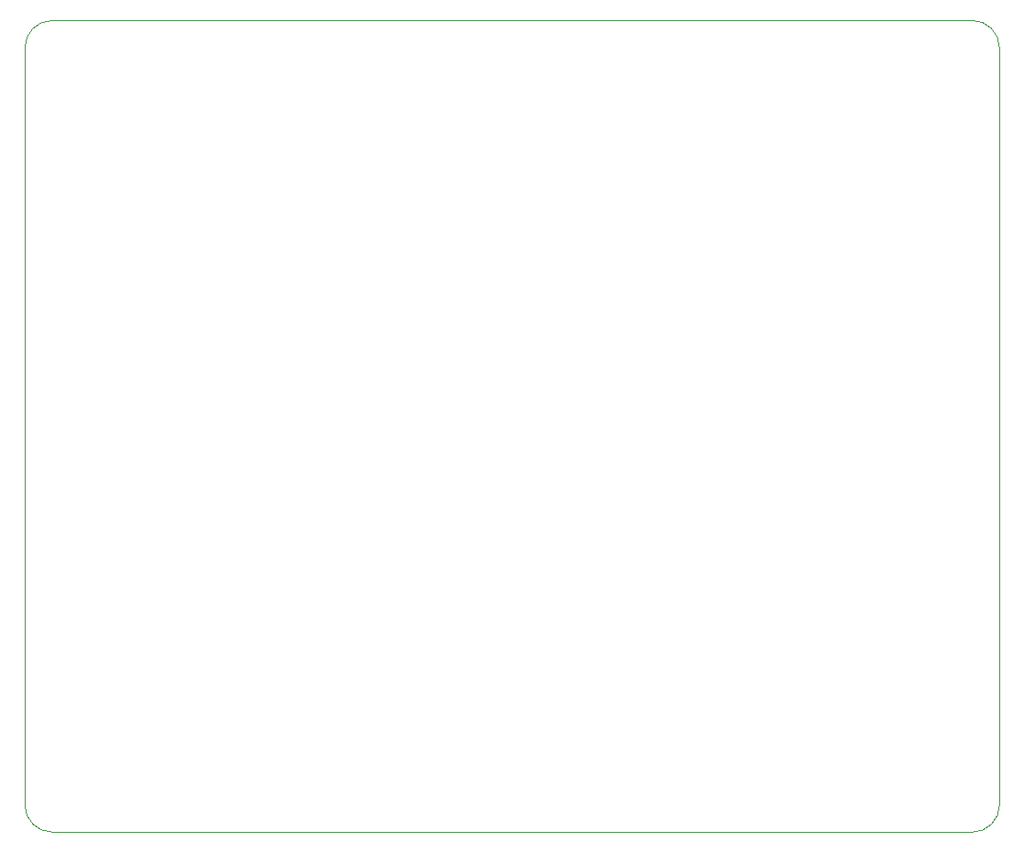
<source format=gbr>
%TF.GenerationSoftware,KiCad,Pcbnew,(7.0.0)*%
%TF.CreationDate,2023-04-14T02:25:45+02:00*%
%TF.ProjectId,EEE3088F_CKR,45454533-3038-4384-965f-434b522e6b69,0.2*%
%TF.SameCoordinates,Original*%
%TF.FileFunction,Profile,NP*%
%FSLAX46Y46*%
G04 Gerber Fmt 4.6, Leading zero omitted, Abs format (unit mm)*
G04 Created by KiCad (PCBNEW (7.0.0)) date 2023-04-14 02:25:45*
%MOMM*%
%LPD*%
G01*
G04 APERTURE LIST*
%TA.AperFunction,Profile*%
%ADD10C,0.100000*%
%TD*%
G04 APERTURE END LIST*
D10*
X192500000Y-100000000D02*
G75*
G03*
X195000000Y-97500000I0J2500000D01*
G01*
X107500000Y-25000000D02*
G75*
G03*
X105000000Y-27500000I0J-2500000D01*
G01*
X195000000Y-27500000D02*
G75*
G03*
X192500000Y-25000000I-2500000J0D01*
G01*
X105000000Y-97500000D02*
X105000000Y-27500000D01*
X107500000Y-100000000D02*
X192500000Y-100000000D01*
X105000000Y-97500000D02*
G75*
G03*
X107500000Y-100000000I2500000J0D01*
G01*
X195000000Y-27500000D02*
X195000000Y-97500000D01*
X107500000Y-25000000D02*
X192500000Y-25000000D01*
M02*

</source>
